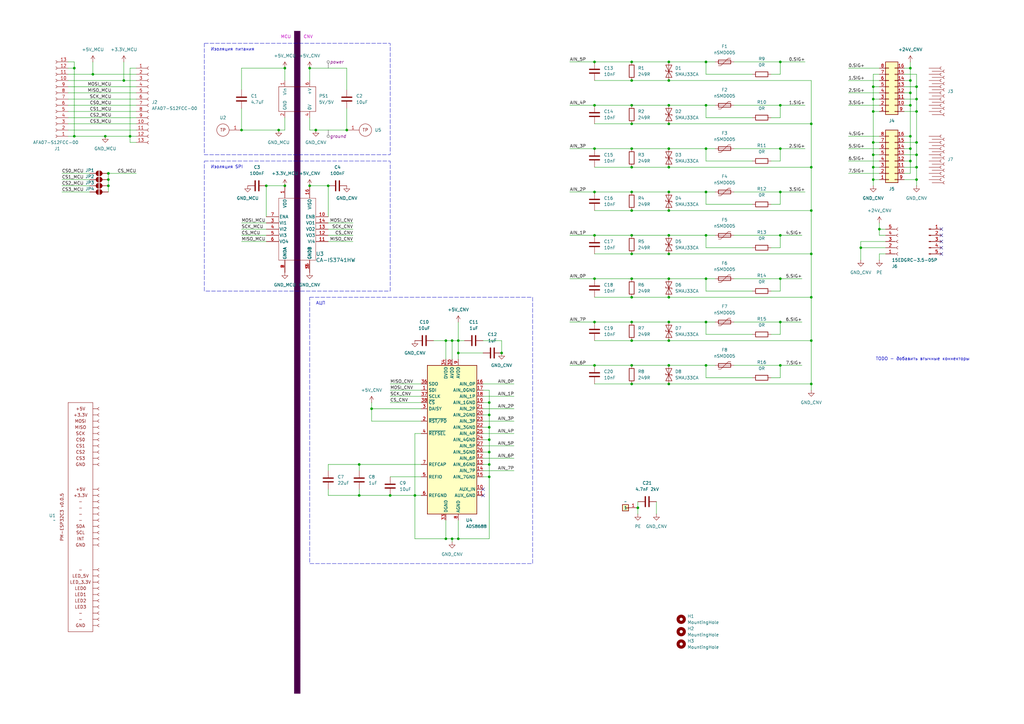
<source format=kicad_sch>
(kicad_sch (version 20250114) (generator "eeschema") (generator_version "9.0")
  (paper "A3")
  (title_block (title "${article} v${version}"))
  (rectangle (start 127 121.92) (end 218.44 231.14) (stroke (width 0) (type dash)))
  (rectangle (start 83.82 66.04) (end 160.02 119.38) (stroke (width 0) (type dash)))
  (rectangle (start 83.82 17.78) (end 160.02 63.5) (stroke (width 0) (type dash)))
  (rectangle (start 120.65 12.7) (end 123.19 284.48) (stroke (width 0) (type dot) (color 72 0 72 1)) (fill (type color) (color 72 0 72 1)))
  (text "Изоляция SPI" (at 86.36 68.58 0) (effects (font (size 1.27 1.27)) (justify left)))
  (text "TODO - добавить втычные коннекторы" (at 378.46 147.32 0) (effects (font (size 1.27 1.27))))
  (text "MCU" (at 119.38 15.24 0) (effects (font (size 1.27 1.27)) (justify right)))
  (text "CNV" (at 124.46 15.24 0) (effects (font (size 1.27 1.27)) (justify left)))
  (text "Изоляция питания" (at 86.36 20.32 0) (effects (font (size 1.27 1.27)) (justify left)))
  (text "АЦП" (at 129.54 124.46 0) (effects (font (size 1.27 1.27)) (justify left)))
  (junction (at 375.92 35.56))
  (junction (at 259.08 96.52))
  (junction (at 274.32 104.14))
  (junction (at 332.74 104.14))
  (junction (at 289.56 96.52))
  (junction (at 129.54 53.34))
  (junction (at 200.66 190.5))
  (junction (at 259.08 139.7))
  (junction (at 259.08 104.14))
  (junction (at 259.08 78.74))
  (junction (at 358.14 35.56))
  (junction (at 259.08 33.02))
  (junction (at 375.92 73.66))
  (junction (at 358.14 58.42))
  (junction (at 332.74 86.36))
  (junction (at 320.04 96.52))
  (junction (at 147.32 203.2))
  (junction (at 259.08 43.18))
  (junction (at 320.04 114.3))
  (junction (at 332.74 68.58))
  (junction (at 44.45 76.2))
  (junction (at 373.38 55.88))
  (junction (at 170.18 203.2))
  (junction (at 142.24 53.34))
  (junction (at 187.96 139.7))
  (junction (at 243.84 96.52))
  (junction (at 53.34 55.88))
  (junction (at 44.45 73.66))
  (junction (at 259.08 149.86))
  (junction (at 259.08 121.92))
  (junction (at 243.84 78.74))
  (junction (at 375.92 63.5))
  (junction (at 289.56 149.86))
  (junction (at 332.74 157.48))
  (junction (at 358.14 73.66))
  (junction (at 187.96 144.78))
  (junction (at 259.08 114.3))
  (junction (at 289.56 25.4))
  (junction (at 375.92 68.58))
  (junction (at 274.32 121.92))
  (junction (at 200.66 195.58))
  (junction (at 259.08 50.8))
  (junction (at 200.66 165.1))
  (junction (at 116.84 76.2))
  (junction (at 200.66 175.26))
  (junction (at 353.06 101.6))
  (junction (at 259.08 68.58))
  (junction (at 289.56 132.08))
  (junction (at 259.08 60.96))
  (junction (at 109.22 76.2))
  (junction (at 373.38 60.96))
  (junction (at 373.38 43.18))
  (junction (at 373.38 33.02))
  (junction (at 358.14 40.64))
  (junction (at 358.14 45.72))
  (junction (at 274.32 149.86))
  (junction (at 289.56 78.74))
  (junction (at 259.08 86.36))
  (junction (at 274.32 86.36))
  (junction (at 289.56 114.3))
  (junction (at 320.04 25.4))
  (junction (at 373.38 27.94))
  (junction (at 360.68 93.98))
  (junction (at 274.32 139.7))
  (junction (at 274.32 157.48))
  (junction (at 320.04 132.08))
  (junction (at 99.06 53.34))
  (junction (at 332.74 139.7))
  (junction (at 147.32 190.5))
  (junction (at 44.45 71.12))
  (junction (at 243.84 43.18))
  (junction (at 289.56 60.96))
  (junction (at 30.48 55.88))
  (junction (at 274.32 96.52))
  (junction (at 182.88 139.7))
  (junction (at 274.32 50.8))
  (junction (at 243.84 132.08))
  (junction (at 43.18 55.88))
  (junction (at 332.74 50.8))
  (junction (at 259.08 132.08))
  (junction (at 289.56 43.18))
  (junction (at 358.14 68.58))
  (junction (at 127 76.2))
  (junction (at 152.4 167.64))
  (junction (at 332.74 121.92))
  (junction (at 274.32 78.74))
  (junction (at 274.32 33.02))
  (junction (at 182.88 220.98))
  (junction (at 375.92 40.64))
  (junction (at 274.32 132.08))
  (junction (at 373.38 38.1))
  (junction (at 116.84 27.94))
  (junction (at 185.42 139.7))
  (junction (at 274.32 25.4))
  (junction (at 200.66 170.18))
  (junction (at 114.3 53.34))
  (junction (at 358.14 63.5))
  (junction (at 375.92 45.72))
  (junction (at 243.84 25.4))
  (junction (at 134.62 76.2))
  (junction (at 274.32 60.96))
  (junction (at 205.74 144.78))
  (junction (at 320.04 60.96))
  (junction (at 243.84 114.3))
  (junction (at 38.1 30.48))
  (junction (at 274.32 43.18))
  (junction (at 320.04 43.18))
  (junction (at 200.66 180.34))
  (junction (at 373.38 66.04))
  (junction (at 243.84 149.86))
  (junction (at 185.42 220.98))
  (junction (at 200.66 185.42))
  (junction (at 375.92 58.42))
  (junction (at 274.32 114.3))
  (junction (at 160.02 203.2))
  (junction (at 187.96 220.98))
  (junction (at 243.84 60.96))
  (junction (at 259.08 25.4))
  (junction (at 259.08 157.48))
  (junction (at 320.04 149.86))
  (junction (at 274.32 68.58))
  (junction (at 320.04 78.74))
  (junction (at 50.8 33.02))
  (junction (at 261.62 208.28))
  (junction (at 30.48 27.94))
  (junction (at 127 27.94))
  (no_connect (at 386.08 99.06))
  (no_connect (at 386.08 93.98))
  (no_connect (at 198.12 200.66))
  (no_connect (at 386.08 96.52))
  (no_connect (at 386.08 104.14))
  (no_connect (at 386.08 101.6))
  (no_connect (at 198.12 203.2))
  (wire (pts (xy 370.84 63.5) (xy 375.92 63.5)))
  (wire (pts (xy 233.68 132.08) (xy 243.84 132.08)))
  (wire (pts (xy 27.94 43.18) (xy 55.88 43.18)))
  (wire (pts (xy 289.56 101.6) (xy 289.56 96.52)))
  (wire (pts (xy 152.4 172.72) (xy 152.4 167.64)))
  (wire (pts (xy 198.12 182.88) (xy 210.82 182.88)))
  (wire (pts (xy 274.32 78.74) (xy 289.56 78.74)))
  (wire (pts (xy 233.68 114.3) (xy 243.84 114.3)))
  (wire (pts (xy 274.32 96.52) (xy 289.56 96.52)))
  (wire (pts (xy 198.12 162.56) (xy 210.82 162.56)))
  (wire (pts (xy 360.68 60.96) (xy 347.98 60.96)))
  (wire (pts (xy 243.84 139.7) (xy 259.08 139.7)))
  (wire (pts (xy 109.22 93.98) (xy 99.06 93.98)))
  (wire (pts (xy 370.84 58.42) (xy 375.92 58.42)))
  (wire (pts (xy 170.18 177.8) (xy 172.72 177.8)))
  (wire (pts (xy 259.08 132.08) (xy 274.32 132.08)))
  (wire (pts (xy 289.56 83.82) (xy 308.61 83.82)))
  (wire (pts (xy 363.22 93.98) (xy 360.68 93.98)))
  (wire (pts (xy 233.68 96.52) (xy 243.84 96.52)))
  (wire (pts (xy 200.66 170.18) (xy 200.66 175.26)))
  (wire (pts (xy 233.68 149.86) (xy 243.84 149.86)))
  (wire (pts (xy 259.08 139.7) (xy 274.32 139.7)))
  (wire (pts (xy 370.84 43.18) (xy 373.38 43.18)))
  (wire (pts (xy 30.48 55.88) (xy 43.18 55.88)))
  (wire (pts (xy 134.62 190.5) (xy 147.32 190.5)))
  (wire (pts (xy 243.84 33.02) (xy 259.08 33.02)))
  (wire (pts (xy 274.32 86.36) (xy 332.74 86.36)))
  (wire (pts (xy 198.12 187.96) (xy 210.82 187.96)))
  (wire (pts (xy 30.48 27.94) (xy 30.48 55.88)))
  (wire (pts (xy 370.84 71.12) (xy 373.38 71.12)))
  (wire (pts (xy 198.12 139.7) (xy 205.74 139.7)))
  (wire (pts (xy 373.38 25.4) (xy 373.38 27.94)))
  (wire (pts (xy 370.84 38.1) (xy 373.38 38.1)))
  (wire (pts (xy 300.99 78.74) (xy 320.04 78.74)))
  (wire (pts (xy 200.66 220.98) (xy 187.96 220.98)))
  (wire (pts (xy 187.96 144.78) (xy 198.12 144.78)))
  (wire (pts (xy 44.45 76.2) (xy 44.45 78.74)))
  (wire (pts (xy 358.14 30.48) (xy 358.14 35.56)))
  (wire (pts (xy 274.32 33.02) (xy 332.74 33.02)))
  (wire (pts (xy 170.18 203.2) (xy 172.72 203.2)))
  (wire (pts (xy 243.84 96.52) (xy 259.08 96.52)))
  (wire (pts (xy 147.32 200.66) (xy 147.32 203.2)))
  (wire (pts (xy 109.22 99.06) (xy 99.06 99.06)))
  (wire (pts (xy 198.12 193.04) (xy 210.82 193.04)))
  (wire (pts (xy 259.08 78.74) (xy 274.32 78.74)))
  (wire (pts (xy 200.66 175.26) (xy 200.66 180.34)))
  (wire (pts (xy 233.68 25.4) (xy 243.84 25.4)))
  (wire (pts (xy 358.14 45.72) (xy 358.14 58.42)))
  (wire (pts (xy 274.32 114.3) (xy 289.56 114.3)))
  (wire (pts (xy 300.99 43.18) (xy 320.04 43.18)))
  (wire (pts (xy 375.92 35.56) (xy 375.92 40.64)))
  (wire (pts (xy 38.1 30.48) (xy 27.94 30.48)))
  (wire (pts (xy 198.12 160.02) (xy 200.66 160.02)))
  (wire (pts (xy 274.32 60.96) (xy 289.56 60.96)))
  (wire (pts (xy 316.23 154.94) (xy 320.04 154.94)))
  (wire (pts (xy 27.94 38.1) (xy 55.88 38.1)))
  (wire (pts (xy 134.62 76.2) (xy 134.62 88.9)))
  (wire (pts (xy 289.56 30.48) (xy 308.61 30.48)))
  (wire (pts (xy 320.04 96.52) (xy 328.93 96.52)))
  (wire (pts (xy 274.32 121.92) (xy 332.74 121.92)))
  (wire (pts (xy 373.38 43.18) (xy 373.38 55.88)))
  (wire (pts (xy 353.06 101.6) (xy 353.06 106.68)))
  (wire (pts (xy 25.4 76.2) (xy 36.83 76.2)))
  (wire (pts (xy 370.84 66.04) (xy 373.38 66.04)))
  (wire (pts (xy 259.08 96.52) (xy 274.32 96.52)))
  (wire (pts (xy 198.12 167.64) (xy 210.82 167.64)))
  (wire (pts (xy 373.38 33.02) (xy 373.38 27.94)))
  (wire (pts (xy 44.45 71.12) (xy 55.88 71.12)))
  (wire (pts (xy 109.22 76.2) (xy 116.84 76.2)))
  (wire (pts (xy 363.22 104.14) (xy 360.68 104.14)))
  (wire (pts (xy 358.14 73.66) (xy 360.68 73.66)))
  (wire (pts (xy 289.56 60.96) (xy 293.37 60.96)))
  (wire (pts (xy 332.74 157.48) (xy 332.74 139.7)))
  (wire (pts (xy 30.48 25.4) (xy 30.48 27.94)))
  (wire (pts (xy 358.14 30.48) (xy 360.68 30.48)))
  (wire (pts (xy 187.96 132.08) (xy 187.96 139.7)))
  (wire (pts (xy 198.12 185.42) (xy 200.66 185.42)))
  (wire (pts (xy 363.22 96.52) (xy 360.68 96.52)))
  (wire (pts (xy 332.74 139.7) (xy 274.32 139.7)))
  (wire (pts (xy 289.56 83.82) (xy 289.56 78.74)))
  (wire (pts (xy 320.04 43.18) (xy 330.2 43.18)))
  (wire (pts (xy 185.42 220.98) (xy 185.42 222.25)))
  (wire (pts (xy 53.34 27.94) (xy 53.34 55.88)))
  (wire (pts (xy 114.3 53.34) (xy 116.84 53.34)))
  (wire (pts (xy 109.22 91.44) (xy 99.06 91.44)))
  (wire (pts (xy 27.94 40.64) (xy 55.88 40.64)))
  (wire (pts (xy 320.04 66.04) (xy 320.04 60.96)))
  (wire (pts (xy 316.23 83.82) (xy 320.04 83.82)))
  (wire (pts (xy 134.62 91.44) (xy 144.78 91.44)))
  (wire (pts (xy 53.34 55.88) (xy 55.88 55.88)))
  (wire (pts (xy 289.56 132.08) (xy 293.37 132.08)))
  (wire (pts (xy 127 76.2) (xy 134.62 76.2)))
  (wire (pts (xy 300.99 60.96) (xy 320.04 60.96)))
  (wire (pts (xy 360.68 66.04) (xy 347.98 66.04)))
  (wire (pts (xy 289.56 48.26) (xy 308.61 48.26)))
  (wire (pts (xy 259.08 114.3) (xy 274.32 114.3)))
  (wire (pts (xy 370.84 45.72) (xy 375.92 45.72)))
  (wire (pts (xy 243.84 50.8) (xy 259.08 50.8)))
  (wire (pts (xy 332.74 160.02) (xy 332.74 157.48)))
  (wire (pts (xy 274.32 149.86) (xy 289.56 149.86)))
  (wire (pts (xy 243.84 43.18) (xy 259.08 43.18)))
  (wire (pts (xy 50.8 25.4) (xy 50.8 33.02)))
  (wire (pts (xy 360.68 104.14) (xy 360.68 106.68)))
  (wire (pts (xy 134.62 203.2) (xy 147.32 203.2)))
  (wire (pts (xy 243.84 78.74) (xy 259.08 78.74)))
  (wire (pts (xy 347.98 38.1) (xy 360.68 38.1)))
  (wire (pts (xy 373.38 66.04) (xy 373.38 60.96)))
  (wire (pts (xy 320.04 83.82) (xy 320.04 78.74)))
  (wire (pts (xy 25.4 73.66) (xy 36.83 73.66)))
  (wire (pts (xy 300.99 96.52) (xy 320.04 96.52)))
  (wire (pts (xy 127 48.26) (xy 127 53.34)))
  (wire (pts (xy 170.18 203.2) (xy 170.18 220.98)))
  (wire (pts (xy 358.14 45.72) (xy 360.68 45.72)))
  (wire (pts (xy 375.92 40.64) (xy 375.92 45.72)))
  (wire (pts (xy 134.62 93.98) (xy 144.78 93.98)))
  (wire (pts (xy 142.24 53.34) (xy 129.54 53.34)))
  (wire (pts (xy 233.68 43.18) (xy 243.84 43.18)))
  (wire (pts (xy 44.45 71.12) (xy 44.45 73.66)))
  (wire (pts (xy 274.32 43.18) (xy 289.56 43.18)))
  (wire (pts (xy 300.99 25.4) (xy 320.04 25.4)))
  (wire (pts (xy 320.04 149.86) (xy 328.93 149.86)))
  (wire (pts (xy 187.96 139.7) (xy 190.5 139.7)))
  (wire (pts (xy 243.84 114.3) (xy 259.08 114.3)))
  (wire (pts (xy 274.32 25.4) (xy 289.56 25.4)))
  (wire (pts (xy 25.4 71.12) (xy 36.83 71.12)))
  (wire (pts (xy 55.88 58.42) (xy 53.34 58.42)))
  (wire (pts (xy 142.24 44.45) (xy 142.24 53.34)))
  (wire (pts (xy 320.04 137.16) (xy 320.04 132.08)))
  (wire (pts (xy 289.56 119.38) (xy 289.56 114.3)))
  (wire (pts (xy 358.14 68.58) (xy 358.14 73.66)))
  (wire (pts (xy 375.92 45.72) (xy 375.92 58.42)))
  (wire (pts (xy 353.06 99.06) (xy 353.06 101.6)))
  (wire (pts (xy 375.92 63.5) (xy 375.92 68.58)))
  (wire (pts (xy 243.84 104.14) (xy 259.08 104.14)))
  (wire (pts (xy 160.02 162.56) (xy 172.72 162.56)))
  (wire (pts (xy 363.22 99.06) (xy 353.06 99.06)))
  (wire (pts (xy 205.74 139.7) (xy 205.74 144.78)))
  (wire (pts (xy 99.06 36.83) (xy 99.06 27.94)))
  (wire (pts (xy 375.92 58.42) (xy 375.92 63.5)))
  (wire (pts (xy 320.04 154.94) (xy 320.04 149.86)))
  (wire (pts (xy 27.94 53.34) (xy 55.88 53.34)))
  (wire (pts (xy 233.68 78.74) (xy 243.84 78.74)))
  (wire (pts (xy 152.4 172.72) (xy 172.72 172.72)))
  (wire (pts (xy 142.24 36.83) (xy 142.24 27.94)))
  (wire (pts (xy 27.94 50.8) (xy 55.88 50.8)))
  (wire (pts (xy 289.56 101.6) (xy 308.61 101.6)))
  (wire (pts (xy 370.84 35.56) (xy 375.92 35.56)))
  (wire (pts (xy 289.56 25.4) (xy 293.37 25.4)))
  (wire (pts (xy 332.74 50.8) (xy 332.74 68.58)))
  (wire (pts (xy 332.74 86.36) (xy 332.74 104.14)))
  (wire (pts (xy 358.14 35.56) (xy 360.68 35.56)))
  (wire (pts (xy 147.32 190.5) (xy 147.32 193.04)))
  (wire (pts (xy 160.02 160.02) (xy 172.72 160.02)))
  (wire (pts (xy 289.56 48.26) (xy 289.56 43.18)))
  (wire (pts (xy 370.84 60.96) (xy 373.38 60.96)))
  (wire (pts (xy 200.66 180.34) (xy 200.66 185.42)))
  (wire (pts (xy 274.32 104.14) (xy 332.74 104.14)))
  (wire (pts (xy 320.04 48.26) (xy 320.04 43.18)))
  (wire (pts (xy 160.02 195.58) (xy 172.72 195.58)))
  (wire (pts (xy 160.02 203.2) (xy 170.18 203.2)))
  (wire (pts (xy 332.74 104.14) (xy 332.74 121.92)))
  (wire (pts (xy 289.56 66.04) (xy 308.61 66.04)))
  (wire (pts (xy 198.12 180.34) (xy 200.66 180.34)))
  (wire (pts (xy 99.06 44.45) (xy 99.06 53.34)))
  (wire (pts (xy 109.22 88.9) (xy 109.22 76.2)))
  (wire (pts (xy 274.32 68.58) (xy 332.74 68.58)))
  (wire (pts (xy 198.12 165.1) (xy 200.66 165.1)))
  (wire (pts (xy 243.84 121.92) (xy 259.08 121.92)))
  (wire (pts (xy 347.98 27.94) (xy 360.68 27.94)))
  (wire (pts (xy 198.12 175.26) (xy 200.66 175.26)))
  (wire (pts (xy 127 27.94) (xy 127 33.02)))
  (wire (pts (xy 289.56 154.94) (xy 308.61 154.94)))
  (wire (pts (xy 289.56 137.16) (xy 308.61 137.16)))
  (wire (pts (xy 289.56 78.74) (xy 293.37 78.74)))
  (wire (pts (xy 289.56 119.38) (xy 308.61 119.38)))
  (wire (pts (xy 27.94 27.94) (xy 30.48 27.94)))
  (wire (pts (xy 27.94 48.26) (xy 55.88 48.26)))
  (wire (pts (xy 373.38 38.1) (xy 373.38 33.02)))
  (wire (pts (xy 259.08 104.14) (xy 274.32 104.14)))
  (wire (pts (xy 53.34 58.42) (xy 53.34 55.88)))
  (wire (pts (xy 370.84 68.58) (xy 375.92 68.58)))
  (wire (pts (xy 358.14 35.56) (xy 358.14 40.64)))
  (wire (pts (xy 332.74 33.02) (xy 332.74 50.8)))
  (wire (pts (xy 300.99 132.08) (xy 320.04 132.08)))
  (wire (pts (xy 320.04 60.96) (xy 330.2 60.96)))
  (wire (pts (xy 198.12 170.18) (xy 200.66 170.18)))
  (wire (pts (xy 274.32 50.8) (xy 332.74 50.8)))
  (wire (pts (xy 116.84 48.26) (xy 116.84 53.34)))
  (wire (pts (xy 243.84 25.4) (xy 259.08 25.4)))
  (wire (pts (xy 353.06 101.6) (xy 363.22 101.6)))
  (wire (pts (xy 182.88 213.36) (xy 182.88 220.98)))
  (wire (pts (xy 44.45 73.66) (xy 44.45 76.2)))
  (wire (pts (xy 375.92 68.58) (xy 375.92 73.66)))
  (wire (pts (xy 347.98 33.02) (xy 360.68 33.02)))
  (wire (pts (xy 289.56 137.16) (xy 289.56 132.08)))
  (wire (pts (xy 25.4 78.74) (xy 36.83 78.74)))
  (wire (pts (xy 200.66 185.42) (xy 200.66 190.5)))
  (wire (pts (xy 243.84 149.86) (xy 259.08 149.86)))
  (wire (pts (xy 187.96 139.7) (xy 187.96 144.78)))
  (wire (pts (xy 316.23 101.6) (xy 320.04 101.6)))
  (wire (pts (xy 259.08 121.92) (xy 274.32 121.92)))
  (wire (pts (xy 134.62 99.06) (xy 144.78 99.06)))
  (wire (pts (xy 38.1 25.4) (xy 38.1 30.48)))
  (wire (pts (xy 358.14 58.42) (xy 360.68 58.42)))
  (wire (pts (xy 27.94 25.4) (xy 30.48 25.4)))
  (wire (pts (xy 358.14 68.58) (xy 360.68 68.58)))
  (wire (pts (xy 259.08 60.96) (xy 274.32 60.96)))
  (wire (pts (xy 259.08 33.02) (xy 274.32 33.02)))
  (wire (pts (xy 50.8 33.02) (xy 27.94 33.02)))
  (wire (pts (xy 160.02 157.48) (xy 172.72 157.48)))
  (wire (pts (xy 200.66 160.02) (xy 200.66 165.1)))
  (wire (pts (xy 300.99 149.86) (xy 320.04 149.86)))
  (wire (pts (xy 320.04 78.74) (xy 330.2 78.74)))
  (wire (pts (xy 274.32 132.08) (xy 289.56 132.08)))
  (wire (pts (xy 99.06 27.94) (xy 116.84 27.94)))
  (wire (pts (xy 187.96 220.98) (xy 185.42 220.98)))
  (wire (pts (xy 289.56 66.04) (xy 289.56 60.96)))
  (wire (pts (xy 200.66 190.5) (xy 200.66 195.58)))
  (wire (pts (xy 375.92 30.48) (xy 375.92 35.56)))
  (wire (pts (xy 320.04 30.48) (xy 320.04 25.4)))
  (wire (pts (xy 27.94 45.72) (xy 55.88 45.72)))
  (wire (pts (xy 370.84 40.64) (xy 375.92 40.64)))
  (wire (pts (xy 347.98 43.18) (xy 360.68 43.18)))
  (wire (pts (xy 300.99 114.3) (xy 320.04 114.3)))
  (wire (pts (xy 198.12 195.58) (xy 200.66 195.58)))
  (wire (pts (xy 152.4 165.1) (xy 152.4 167.64)))
  (wire (pts (xy 316.23 137.16) (xy 320.04 137.16)))
  (wire (pts (xy 289.56 114.3) (xy 293.37 114.3)))
  (wire (pts (xy 316.23 119.38) (xy 320.04 119.38)))
  (wire (pts (xy 259.08 43.18) (xy 274.32 43.18)))
  (wire (pts (xy 370.84 33.02) (xy 373.38 33.02)))
  (wire (pts (xy 360.68 93.98) (xy 360.68 91.44)))
  (wire (pts (xy 358.14 63.5) (xy 358.14 68.58)))
  (wire (pts (xy 373.38 60.96) (xy 373.38 55.88)))
  (wire (pts (xy 347.98 55.88) (xy 360.68 55.88)))
  (wire (pts (xy 200.66 165.1) (xy 200.66 170.18)))
  (wire (pts (xy 332.74 121.92) (xy 332.74 139.7)))
  (wire (pts (xy 27.94 55.88) (xy 30.48 55.88)))
  (wire (pts (xy 147.32 203.2) (xy 160.02 203.2)))
  (wire (pts (xy 358.14 40.64) (xy 358.14 45.72)))
  (wire (pts (xy 261.62 208.28) (xy 261.62 210.82)))
  (wire (pts (xy 198.12 172.72) (xy 210.82 172.72)))
  (wire (pts (xy 259.08 86.36) (xy 274.32 86.36)))
  (wire (pts (xy 53.34 27.94) (xy 55.88 27.94)))
  (wire (pts (xy 373.38 43.18) (xy 373.38 38.1)))
  (wire (pts (xy 320.04 132.08) (xy 328.93 132.08)))
  (wire (pts (xy 116.84 27.94) (xy 116.84 33.02)))
  (wire (pts (xy 259.08 25.4) (xy 274.32 25.4)))
  (wire (pts (xy 170.18 177.8) (xy 170.18 203.2)))
  (wire (pts (xy 375.92 73.66) (xy 375.92 76.2)))
  (wire (pts (xy 269.24 205.74) (xy 269.24 210.82)))
  (wire (pts (xy 320.04 25.4) (xy 330.2 25.4)))
  (wire (pts (xy 259.08 157.48) (xy 274.32 157.48)))
  (wire (pts (xy 316.23 66.04) (xy 320.04 66.04)))
  (wire (pts (xy 316.23 30.48) (xy 320.04 30.48)))
  (wire (pts (xy 109.22 96.52) (xy 99.06 96.52)))
  (wire (pts (xy 127 53.34) (xy 129.54 53.34)))
  (wire (pts (xy 358.14 58.42) (xy 358.14 63.5)))
  (wire (pts (xy 134.62 96.52) (xy 144.78 96.52)))
  (wire (pts (xy 177.8 139.7) (xy 182.88 139.7)))
  (wire (pts (xy 185.42 147.32) (xy 185.42 139.7)))
  (wire (pts (xy 289.56 30.48) (xy 289.56 25.4)))
  (wire (pts (xy 134.62 200.66) (xy 134.62 203.2)))
  (wire (pts (xy 27.94 35.56) (xy 55.88 35.56)))
  (wire (pts (xy 261.62 205.74) (xy 261.62 208.28)))
  (wire (pts (xy 370.84 73.66) (xy 375.92 73.66)))
  (wire (pts (xy 187.96 139.7) (xy 185.42 139.7)))
  (wire (pts (xy 243.84 60.96) (xy 259.08 60.96)))
  (wire (pts (xy 373.38 27.94) (xy 370.84 27.94)))
  (wire (pts (xy 289.56 154.94) (xy 289.56 149.86)))
  (wire (pts (xy 243.84 86.36) (xy 259.08 86.36)))
  (wire (pts (xy 289.56 96.52) (xy 293.37 96.52)))
  (wire (pts (xy 259.08 50.8) (xy 274.32 50.8)))
  (wire (pts (xy 243.84 132.08) (xy 259.08 132.08)))
  (wire (pts (xy 289.56 149.86) (xy 293.37 149.86)))
  (wire (pts (xy 259.08 149.86) (xy 274.32 149.86)))
  (wire (pts (xy 289.56 43.18) (xy 293.37 43.18)))
  (wire (pts (xy 320.04 114.3) (xy 328.93 114.3)))
  (wire (pts (xy 187.96 213.36) (xy 187.96 220.98)))
  (wire (pts (xy 182.88 220.98) (xy 170.18 220.98)))
  (wire (pts (xy 198.12 177.8) (xy 210.82 177.8)))
  (wire (pts (xy 358.14 73.66) (xy 358.14 76.2)))
  (wire (pts (xy 134.62 190.5) (xy 134.62 193.04)))
  (wire (pts (xy 185.42 220.98) (xy 182.88 220.98)))
  (wire (pts (xy 182.88 139.7) (xy 185.42 139.7)))
  (wire (pts (xy 38.1 30.48) (xy 55.88 30.48)))
  (wire (pts (xy 370.84 30.48) (xy 375.92 30.48)))
  (wire (pts (xy 243.84 68.58) (xy 259.08 68.58)))
  (wire (pts (xy 152.4 167.64) (xy 172.72 167.64)))
  (wire (pts (xy 233.68 60.96) (xy 243.84 60.96)))
  (wire (pts (xy 200.66 195.58) (xy 200.66 220.98)))
  (wire (pts (xy 198.12 157.48) (xy 210.82 157.48)))
  (wire (pts (xy 358.14 40.64) (xy 360.68 40.64)))
  (wire (pts (xy 320.04 101.6) (xy 320.04 96.52)))
  (wire (pts (xy 187.96 147.32) (xy 187.96 144.78)))
  (wire (pts (xy 370.84 55.88) (xy 373.38 55.88)))
  (wire (pts (xy 43.18 55.88) (xy 53.34 55.88)))
  (wire (pts (xy 320.04 119.38) (xy 320.04 114.3)))
  (wire (pts (xy 316.23 48.26) (xy 320.04 48.26)))
  (wire (pts (xy 147.32 190.5) (xy 172.72 190.5)))
  (wire (pts (xy 160.02 165.1) (xy 172.72 165.1)))
  (wire (pts (xy 99.06 53.34) (xy 114.3 53.34)))
  (wire (pts (xy 360.68 96.52) (xy 360.68 93.98)))
  (wire (pts (xy 243.84 157.48) (xy 259.08 157.48)))
  (wire (pts (xy 274.32 157.48) (xy 332.74 157.48)))
  (wire (pts (xy 198.12 190.5) (xy 200.66 190.5)))
  (wire (pts (xy 332.74 68.58) (xy 332.74 86.36)))
  (wire (pts (xy 358.14 63.5) (xy 360.68 63.5)))
  (wire (pts (xy 360.68 71.12) (xy 347.98 71.12)))
  (wire (pts (xy 373.38 71.12) (xy 373.38 66.04)))
  (wire (pts (xy 259.08 68.58) (xy 274.32 68.58)))
  (wire (pts (xy 127 27.94) (xy 142.24 27.94)))
  (wire (pts (xy 50.8 33.02) (xy 55.88 33.02)))
  (wire (pts (xy 182.88 139.7) (xy 182.88 147.32)))
  (label "2.SIG+" (at 347.98 38.1 0))
  (label "4.SIG+" (at 328.93 96.52 180))
  (label "CS_MCU" (at 55.88 71.12 180))
  (label "MOSI_MCU" (at 45.72 35.56 180))
  (label "CS3_MCU" (at 45.72 50.8 180))
  (label "CS1_MCU" (at 45.72 45.72 180))
  (label "SCK_CNV" (at 160.02 162.56 0))
  (label "AIN_1P" (at 210.82 162.56 180))
  (label "AIN_0P" (at 210.82 157.48 180))
  (label "1.SIG+" (at 330.2 43.18 180))
  (label "SCK_CNV" (at 144.78 93.98 180))
  (label "AIN_6P" (at 233.68 149.86 0))
  (label "MISO_CNV" (at 160.02 157.48 0))
  (label "SCK_MCU" (at 99.06 93.98 0))
  (label "CS0_MCU" (at 45.72 43.18 180))
  (label "CS1_MCU" (at 25.4 73.66 0))
  (label "AIN_1P" (at 233.68 96.52 0))
  (label "AIN_7P" (at 233.68 132.08 0))
  (label "AIN_3P" (at 210.82 172.72 180))
  (label "AIN_2P" (at 233.68 78.74 0))
  (label "5.SIG+" (at 347.98 60.96 0))
  (label "0.SIG+" (at 330.2 25.4 180))
  (label "MISO_MCU" (at 99.06 99.06 0))
  (label "AIN_4P" (at 210.82 177.8 180))
  (label "CS2_MCU" (at 25.4 76.2 0))
  (label "MISO_MCU" (at 45.72 38.1 180))
  (label "6.SIG+" (at 347.98 66.04 0))
  (label "AIN_2P" (at 210.82 167.64 180))
  (label "CS0_MCU" (at 25.4 71.12 0))
  (label "MOSI_MCU" (at 99.06 91.44 0))
  (label "5.SIG+" (at 328.93 114.3 180))
  (label "3.SIG+" (at 347.98 43.18 0))
  (label "MOSI_CNV" (at 144.78 91.44 180))
  (label "6.SIG+" (at 328.93 132.08 180))
  (label "AIN_7P" (at 210.82 193.04 180))
  (label "MISO_CNV" (at 144.78 99.06 180))
  (label "AIN_5P" (at 233.68 25.4 0))
  (label "MOSI_CNV" (at 160.02 160.02 0))
  (label "AIN_6P" (at 210.82 187.96 180))
  (label "7.SIG+" (at 328.93 149.86 180))
  (label "7.SIG+" (at 347.98 71.12 0))
  (label "CS3_MCU" (at 25.4 78.74 0))
  (label "4.SIG+" (at 347.98 55.88 0))
  (label "1.SIG+" (at 347.98 33.02 0))
  (label "CS_MCU" (at 99.06 96.52 0))
  (label "SCK_MCU" (at 45.72 40.64 180))
  (label "AIN_0P" (at 233.68 114.3 0))
  (label "3.SIG+" (at 330.2 78.74 180))
  (label "2.SIG+" (at 330.2 60.96 180))
  (label "AIN_5P" (at 210.82 182.88 180))
  (label "0.SIG+" (at 347.98 27.94 0))
  (label "CS2_MCU" (at 45.72 48.26 180))
  (label "CS_CNV" (at 160.02 165.1 0))
  (label "AIN_4P" (at 233.68 43.18 0))
  (label "CS_CNV" (at 144.78 96.52 180))
  (label "AIN_3P" (at 233.68 60.96 0))
  (netclass_flag "" (length 2.54) (shape round) (at 134.62 27.94 0) (property "Netclass" "power" (at 135.3185 25.4 0) (effects (font (italic yes)) (justify left))))
  (netclass_flag "" (length 2.54) (shape round) (at 134.62 53.34 180) (property "Netclass" "ground" (at 135.3185 55.88 0) (effects (font (italic yes)) (justify left))))
  (symbol (lib_id "power:+5V") (at 152.4 165.1 0) (unit 1)
    (property "Reference" "#PWR017" (effects (hide yes)))
    (property "Value" "+5V_CNV" (at 152.4 160.02 0))
    (property "Description" "Power symbol creates a global label with name \"+5V\"" (effects (hide yes)))
  )
  (symbol (lib_id "kicad_inventree_lib:PE") (at 256.54 208.28 180) (unit 1) (in_bom no)
    (property "Reference" "D9" (effects (hide yes)))
    (property "Value" "~" (at 256.54 205.74 0))
    (property "Footprint" "kicad_inventree_lib:PE" (effects (hide yes)))
  )
  (symbol (lib_id "kicad_inventree_lib:5117") (at 142.24 53.34 0) (unit 1)
    (property "Reference" "U5" (at 153.67 53.3399 0) (effects (justify left)))
    (property "Value" "5117" (effects (hide yes)))
    (property "Footprint" "kicad_inventree_lib:5117" (effects (hide yes)))
    (property "Datasheet" "http://inventree.network/part/282/" (effects (hide yes)))
    (property "Description" "KEYSTONE - 5117 - TEST POINT, PCB, BLUE, THROUGH HOLE" (effects (hide yes)))
    (property "part_ipn" "Keystone_5117" (effects (hide yes)))
  )
  (symbol (lib_id "kicad_inventree_lib:SMAJ33CA") (at 274.32 29.21 90) (unit 1)
    (property "Reference" "D1" (at 276.86 27.9399 90) (effects (justify right)))
    (property "Value" "SMAJ33CA" (at 276.86 30.4799 90) (effects (justify right)))
    (property "Footprint" "kicad_inventree_lib:SMASeries_LTF-M" (effects (hide yes)))
    (property "Datasheet" "http://inventree.network/part/123/" (effects (hide yes)))
    (property "Description" "7.5A 400W 53.3V 40.6V 33V SMA(DO-214AC) ESD and Surge Protection (TVS/ESD)" (effects (hide yes)))
    (property "part_ipn" "SMAJ33CA" (effects (hide yes)))
  )
  (symbol (lib_id "kicad_inventree_lib:C_100nF_16V_0603_MLCC-X7R") (at 138.43 76.2 90) (unit 1)
    (property "Reference" "C4" (at 138.43 68.58 90))
    (property "Value" "100nF" (at 138.43 71.12 90))
    (property "Footprint" "Capacitor_SMD:C_0603_1608Metric" (effects (hide yes)))
    (property "Datasheet" "http://inventree.network/part/221" (effects (hide yes)))
    (property "Description" "Unpolarized capacitor" (effects (hide yes)))
    (property "part_ipn" "C_100nF_16V_0603_MLCC-X7R" (effects (hide yes)))
  )
  (symbol (lib_id "kicad_inventree_lib:nSMD005") (at 297.18 43.18 90) (unit 1)
    (property "Reference" "F2" (at 297.18 36.83 90))
    (property "Value" "nSMD005" (at 297.18 39.37 90))
    (property "Footprint" "Fuse:Fuse_1206_3216Metric" (effects (hide yes)))
    (property "Datasheet" "http://inventree.network/part/267/" (effects (hide yes)))
    (property "Description" "Resettable fuse, polymeric positive temperature coefficient" (effects (hide yes)))
    (property "part_ipn" "nSMD005" (effects (hide yes)))
  )
  (symbol (lib_id "power:GND") (at 358.14 76.2 0) (unit 1)
    (property "Reference" "#PWR026" (effects (hide yes)))
    (property "Value" "GND_CNV" (at 358.14 81.28 0))
    (property "Description" "Power symbol creates a global label with name \"GND\" , ground" (effects (hide yes)))
  )
  (symbol (lib_id "kicad_inventree_lib:R_249R_1206_0.1%_25ppm") (at 259.08 135.89 0) (unit 1)
    (property "Reference" "R7" (at 261.62 134.6199 0) (effects (justify left)))
    (property "Value" "249R" (at 261.62 137.1599 0) (effects (justify left)))
    (property "Footprint" "Resistor_SMD:R_1206_3216Metric" (effects (hide yes)))
    (property "Datasheet" "http://inventree.network/part/269/" (effects (hide yes)))
    (property "Description" "Resistor" (effects (hide yes)))
    (property "part_ipn" "R_249R_1206_0.1%_25ppm " (effects (hide yes)))
  )
  (symbol (lib_id "kicad_inventree_lib: C_4.7uF_16V_0805_MLCC-X7R") (at 99.06 40.64 0) (unit 1)
    (property "Reference" "C1" (at 102.87 39.3699 0) (effects (justify left)))
    (property "Value" "4.7uF" (at 102.87 41.9099 0) (effects (justify left)))
    (property "Footprint" "Capacitor_SMD:C_0805_2012Metric" (effects (hide yes)))
    (property "Description" "Unpolarized capacitor" (effects (hide yes)))
    (property "part_ipn" " C_4.7uF_16V_0805_MLCC-X7R" (effects (hide yes)))
  )
  (symbol (lib_id "power:GND") (at 332.74 160.02 0) (unit 1)
    (property "Reference" "#PWR023" (effects (hide yes)))
    (property "Value" "GND_CNV" (at 332.74 165.1 0))
    (property "Description" "Power symbol creates a global label with name \"GND\" , ground" (effects (hide yes)))
  )
  (symbol (lib_id "kicad_inventree_lib: C_1uF_16V_0603_MLCC-X7R ") (at 201.93 144.78 90) (unit 1)
    (property "Reference" "C12" (at 201.93 137.16 90))
    (property "Value" "1uF" (at 201.93 139.7 90))
    (property "Footprint" "Capacitor_SMD:C_0603_1608Metric" (effects (hide yes)))
    (property "Datasheet" "http://inventree.network/part/227/" (effects (hide yes)))
    (property "Description" "Unpolarized capacitor" (effects (hide yes)))
    (property "part_ipn" " C_1uF_16V_0603_MLCC-X7R " (effects (hide yes)))
  )
  (symbol (lib_id "kicad_inventree_lib:C_10nF_50V_0603_MLCC-C0G") (at 243.84 64.77 0) (unit 1)
    (property "Reference" "C15" (at 247.65 63.4999 0) (effects (justify left)))
    (property "Value" "10nF" (at 247.65 66.0399 0) (effects (justify left)))
    (property "Footprint" "Capacitor_SMD:C_0603_1608Metric" (effects (hide yes)))
    (property "Datasheet" "http://inventree.network/part/266/" (effects (hide yes)))
    (property "Description" "Unpolarized capacitor" (effects (hide yes)))
    (property "part_ipn" "C_10nF_50V_0603_MLCC-C0G" (effects (hide yes)))
  )
  (symbol (lib_id "kicad_inventree_lib:R_249R_1206_0.1%_25ppm") (at 259.08 82.55 0) (unit 1)
    (property "Reference" "R4" (at 261.62 81.2799 0) (effects (justify left)))
    (property "Value" "249R" (at 261.62 83.8199 0) (effects (justify left)))
    (property "Footprint" "Resistor_SMD:R_1206_3216Metric" (effects (hide yes)))
    (property "Datasheet" "http://inventree.network/part/269/" (effects (hide yes)))
    (property "Description" "Resistor" (effects (hide yes)))
    (property "part_ipn" "R_249R_1206_0.1%_25ppm " (effects (hide yes)))
  )
  (symbol (lib_id "power:GND") (at 129.54 53.34 0) (unit 1)
    (property "Reference" "#PWR012" (effects (hide yes)))
    (property "Value" "GND_CNV" (at 129.54 58.42 0))
    (property "Description" "Power symbol creates a global label with name \"GND\" , ground" (effects (hide yes)))
  )
  (symbol (lib_id "power:GND") (at 360.68 106.68 0) (unit 1)
    (property "Reference" "#PWR028" (effects (hide yes)))
    (property "Value" "PE" (at 360.68 111.76 0))
    (property "Description" "Power symbol creates a global label with name \"GND\" , ground" (effects (hide yes)))
  )
  (symbol (lib_id "power:GND") (at 116.84 111.76 0) (unit 1)
    (property "Reference" "#PWR011" (effects (hide yes)))
    (property "Value" "GND_MCU" (at 116.84 116.84 0))
    (property "Description" "Power symbol creates a global label with name \"GND\" , ground" (effects (hide yes)))
  )
  (symbol (lib_id "power:GND") (at 375.92 76.2 0) (unit 1)
    (property "Reference" "#PWR031" (effects (hide yes)))
    (property "Value" "GND_CNV" (at 375.92 81.28 0))
    (property "Description" "Power symbol creates a global label with name \"GND\" , ground" (effects (hide yes)))
  )
  (symbol (lib_id "kicad_inventree_lib:SMAJ33CA") (at 274.32 64.77 90) (unit 1)
    (property "Reference" "D3" (at 276.86 63.4999 90) (effects (justify right)))
    (property "Value" "SMAJ33CA" (at 276.86 66.0399 90) (effects (justify right)))
    (property "Footprint" "kicad_inventree_lib:SMASeries_LTF-M" (effects (hide yes)))
    (property "Datasheet" "http://inventree.network/part/123/" (effects (hide yes)))
    (property "Description" "7.5A 400W 53.3V 40.6V 33V SMA(DO-214AC) ESD and Surge Protection (TVS/ESD)" (effects (hide yes)))
    (property "part_ipn" "SMAJ33CA" (effects (hide yes)))
  )
  (symbol (lib_id "kicad_inventree_lib:R_249R_1206_0.1%_25ppm") (at 259.08 46.99 0) (unit 1)
    (property "Reference" "R2" (at 261.62 45.7199 0) (effects (justify left)))
    (property "Value" "249R" (at 261.62 48.2599 0) (effects (justify left)))
    (property "Footprint" "Resistor_SMD:R_1206_3216Metric" (effects (hide yes)))
    (property "Datasheet" "http://inventree.network/part/269/" (effects (hide yes)))
    (property "Description" "Resistor" (effects (hide yes)))
    (property "part_ipn" "R_249R_1206_0.1%_25ppm " (effects (hide yes)))
  )
  (symbol (lib_id "kicad_inventree_lib:R_249R_1206_0.1%_25ppm") (at 259.08 118.11 0) (unit 1)
    (property "Reference" "R6" (at 261.62 116.8399 0) (effects (justify left)))
    (property "Value" "249R" (at 261.62 119.3799 0) (effects (justify left)))
    (property "Footprint" "Resistor_SMD:R_1206_3216Metric" (effects (hide yes)))
    (property "Datasheet" "http://inventree.network/part/269/" (effects (hide yes)))
    (property "Description" "Resistor" (effects (hide yes)))
    (property "part_ipn" "R_249R_1206_0.1%_25ppm " (effects (hide yes)))
  )
  (symbol (lib_id "kicad_inventree_lib:R_0R_1206_1%") (at 312.42 66.04 90) (unit 1) (on_board no)
    (property "Reference" "R11" (at 312.42 59.69 90))
    (property "Value" "0R" (at 312.42 62.23 90))
    (property "Footprint" "Resistor_SMD:R_1206_3216Metric" (effects (hide yes)))
    (property "Datasheet" "http://inventree.network/part/268/" (effects (hide yes)))
    (property "Description" "Resistor" (effects (hide yes)))
    (property "part_ipn" "R_0R_1206_1%" (effects (hide yes)))
  )
  (symbol (lib_id "kicad_inventree_lib:AFA07-S12FCC-00") (at 60.96 38.1 0) (unit 1)
    (property "Reference" "J2" (at 62.23 41.9099 0) (effects (justify left)))
    (property "Value" "AFA07-S12FCC-00" (at 62.23 44.4499 0) (effects (justify left)))
    (property "Footprint" "kicad_inventree_lib:CONN10_AFA07-S12_JUS" (effects (hide yes)))
    (property "Description" "Generic connector, single row, 01x10, script generated" (effects (hide yes)))
    (property "part_ipn" "AFA07-S12FCC-00" (effects (hide yes)))
  )
  (symbol (lib_id "power:+3.3V") (at 38.1 25.4 0) (mirror y) (unit 1)
    (property "Reference" "#PWR01" (effects (hide yes)))
    (property "Value" "+5V_MCU" (at 38.1 20.32 0))
    (property "Description" "Power symbol creates a global label with name \"+3.3V\"" (effects (hide yes)))
  )
  (symbol (lib_id "kicad_inventree_lib:15EDGRHC-THR-3.5-16P") (at 365.76 66.04 0) (mirror x) (unit 1)
    (property "Reference" "J5" (at 365.76 77.47 0))
    (property "Value" "15EDGRHC-THR-3.5-16P" (effects (hide yes)))
    (property "Footprint" "kicad_inventree_lib:15EDGRHC-THR-3.5-16P" (effects (hide yes)))
    (property "Datasheet" "http://inventree.network/part/265/" (effects (hide yes)))
    (property "part_ipn" "15EDGRHC-THR-3.5-16P" (effects (hide yes)))
  )
  (symbol (lib_id "kicad_inventree_lib:nSMD005") (at 297.18 78.74 90) (unit 1)
    (property "Reference" "F4" (at 297.18 72.39 90))
    (property "Value" "nSMD005" (at 297.18 74.93 90))
    (property "Footprint" "Fuse:Fuse_1206_3216Metric" (effects (hide yes)))
    (property "Datasheet" "http://inventree.network/part/267/" (effects (hide yes)))
    (property "Description" "Resettable fuse, polymeric positive temperature coefficient" (effects (hide yes)))
    (property "part_ipn" "nSMD005" (effects (hide yes)))
  )
  (symbol (lib_id "power:+5V") (at 127 76.2 0) (unit 1)
    (property "Reference" "#PWR013" (effects (hide yes)))
    (property "Value" "+5V_CNV" (at 127 71.12 0))
    (property "Description" "Power symbol creates a global label with name \"+5V\"" (effects (hide yes)))
  )
  (symbol (lib_id "power:GND") (at 205.74 144.78 0) (unit 1)
    (property "Reference" "#PWR022" (effects (hide yes)))
    (property "Value" "GND_CNV" (at 205.74 149.86 0))
    (property "Description" "Power symbol creates a global label with name \"GND\" , ground" (effects (hide yes)))
  )
  (symbol (lib_id "kicad_inventree_lib:R_0R_1206_1%") (at 312.42 137.16 90) (unit 1) (on_board no)
    (property "Reference" "R15" (at 312.42 130.81 90))
    (property "Value" "0R" (at 312.42 133.35 90))
    (property "Footprint" "Resistor_SMD:R_1206_3216Metric" (effects (hide yes)))
    (property "Datasheet" "http://inventree.network/part/268/" (effects (hide yes)))
    (property "Description" "Resistor" (effects (hide yes)))
    (property "part_ipn" "R_0R_1206_1%" (effects (hide yes)))
  )
  (symbol (lib_id "kicad_inventree_lib:15EDGK-3.5-05P") (at 381 104.14 0) (unit 1) (on_board no)
    (property "Reference" "J10" (effects (hide yes)))
    (property "Value" "15EDGK-3.5-05P" (effects (hide yes)))
    (property "Datasheet" "http://inventree.network/part/250/" (effects (hide yes)))
    (property "Description" "Generic connector, single row, 01x10, script generated" (effects (hide yes)))
    (property "part_ipn" "15EDGK-3.5-05P" (effects (hide yes)))
  )
  (symbol (lib_id "power:GND") (at 185.42 222.25 0) (unit 1)
    (property "Reference" "#PWR020" (effects (hide yes)))
    (property "Value" "GND_CNV" (at 185.42 227.33 0))
    (property "Description" "Power symbol creates a global label with name \"GND\" , ground" (effects (hide yes)))
  )
  (symbol (lib_id "kicad_inventree_lib:AFA07-S12FCC-00") (at 22.86 45.72 180) (unit 1)
    (property "Reference" "J1" (at 23.495 60.96 0))
    (property "Value" "AFA07-S12FCC-00" (at 22.86 58.42 0))
    (property "Footprint" "kicad_inventree_lib:CONN10_AFA07-S12_JUS" (effects (hide yes)))
    (property "Description" "Generic connector, single row, 01x10, script generated" (effects (hide yes)))
    (property "part_ipn" "AFA07-S12FCC-00" (effects (hide yes)))
  )
  (symbol (lib_id "kicad_inventree_lib:R_249R_1206_0.1%_25ppm") (at 259.08 153.67 0) (unit 1)
    (property "Reference" "R8" (at 261.62 152.3999 0) (effects (justify left)))
    (property "Value" "249R" (at 261.62 154.9399 0) (effects (justify left)))
    (property "Footprint" "Resistor_SMD:R_1206_3216Metric" (effects (hide yes)))
    (property "Datasheet" "http://inventree.network/part/269/" (effects (hide yes)))
    (property "Description" "Resistor" (effects (hide yes)))
    (property "part_ipn" "R_249R_1206_0.1%_25ppm " (effects (hide yes)))
  )
  (symbol (lib_id "power:+5V") (at 127 27.94 0) (unit 1)
    (property "Reference" "#PWR09" (effects (hide yes)))
    (property "Value" "+5V_CNV" (at 127 22.86 0))
    (property "Description" "Power symbol creates a global label with name \"+5V\"" (effects (hide yes)))
  )
  (symbol (lib_id "kicad_inventree_lib:nSMD005") (at 297.18 96.52 90) (unit 1)
    (property "Reference" "F5" (at 297.18 90.17 90))
    (property "Value" "nSMD005" (at 297.18 92.71 90))
    (property "Footprint" "Fuse:Fuse_1206_3216Metric" (effects (hide yes)))
    (property "Datasheet" "http://inventree.network/part/267/" (effects (hide yes)))
    (property "Description" "Resettable fuse, polymeric positive temperature coefficient" (effects (hide yes)))
    (property "part_ipn" "nSMD005" (effects (hide yes)))
  )
  (symbol (lib_id "kicad_inventree_lib:5117") (at 99.06 53.34 180) (unit 1)
    (property "Reference" "U2" (at 91.44 48.26 0))
    (property "Value" "5117" (effects (hide yes)))
    (property "Footprint" "kicad_inventree_lib:5117" (effects (hide yes)))
    (property "Datasheet" "http://inventree.network/part/282/" (effects (hide yes)))
    (property "Description" "KEYSTONE - 5117 - TEST POINT, PCB, BLUE, THROUGH HOLE" (effects (hide yes)))
    (property "part_ipn" "Keystone_5117" (effects (hide yes)))
  )
  (symbol (lib_id "power:GND") (at 269.24 210.82 0) (unit 1)
    (property "Reference" "#PWR029" (effects (hide yes)))
    (property "Value" "GND_CNV" (at 269.24 215.9 0))
    (property "Description" "Power symbol creates a global label with name \"GND\" , ground" (effects (hide yes)))
  )
  (symbol (lib_id "kicad_inventree_lib:SMAJ33CA") (at 274.32 153.67 90) (unit 1)
    (property "Reference" "D8" (at 276.86 152.3999 90) (effects (justify right)))
    (property "Value" "SMAJ33CA" (at 276.86 154.9399 90) (effects (justify right)))
    (property "Footprint" "kicad_inventree_lib:SMASeries_LTF-M" (effects (hide yes)))
    (property "Datasheet" "http://inventree.network/part/123/" (effects (hide yes)))
    (property "Description" "7.5A 400W 53.3V 40.6V 33V SMA(DO-214AC) ESD and Surge Protection (TVS/ESD)" (effects (hide yes)))
    (property "part_ipn" "SMAJ33CA" (effects (hide yes)))
  )
  (symbol (lib_id "power:+5V") (at 187.96 132.08 0) (unit 1)
    (property "Reference" "#PWR021" (effects (hide yes)))
    (property "Value" "+5V_CNV" (at 187.96 127 0))
    (property "Description" "Power symbol creates a global label with name \"+5V\"" (effects (hide yes)))
  )
  (symbol (lib_id "kicad_inventree_lib:nSMD005") (at 297.18 114.3 90) (unit 1)
    (property "Reference" "F6" (at 297.18 107.95 90))
    (property "Value" "nSMD005" (at 297.18 110.49 90))
    (property "Footprint" "Fuse:Fuse_1206_3216Metric" (effects (hide yes)))
    (property "Datasheet" "http://inventree.network/part/267/" (effects (hide yes)))
    (property "Description" "Resettable fuse, polymeric positive temperature coefficient" (effects (hide yes)))
    (property "part_ipn" "nSMD005" (effects (hide yes)))
  )
  (symbol (lib_id "kicad_inventree_lib:C_10nF_50V_0603_MLCC-C0G") (at 243.84 46.99 0) (unit 1)
    (property "Reference" "C14" (at 247.65 45.7199 0) (effects (justify left)))
    (property "Value" "10nF" (at 247.65 48.2599 0) (effects (justify left)))
    (property "Footprint" "Capacitor_SMD:C_0603_1608Metric" (effects (hide yes)))
    (property "Datasheet" "http://inventree.network/part/266/" (effects (hide yes)))
    (property "Description" "Unpolarized capacitor" (effects (hide yes)))
    (property "part_ipn" "C_10nF_50V_0603_MLCC-C0G" (effects (hide yes)))
  )
  (symbol (lib_id "kicad_inventree_lib:SMAJ33CA") (at 274.32 100.33 90) (unit 1)
    (property "Reference" "D5" (at 276.86 99.0599 90) (effects (justify right)))
    (property "Value" "SMAJ33CA" (at 276.86 101.5999 90) (effects (justify right)))
    (property "Footprint" "kicad_inventree_lib:SMASeries_LTF-M" (effects (hide yes)))
    (property "Datasheet" "http://inventree.network/part/123/" (effects (hide yes)))
    (property "Description" "7.5A 400W 53.3V 40.6V 33V SMA(DO-214AC) ESD and Surge Protection (TVS/ESD)" (effects (hide yes)))
    (property "part_ipn" "SMAJ33CA" (effects (hide yes)))
  )
  (symbol (lib_id "Jumper:SolderJumper_2_Open") (at 40.64 73.66 0) (unit 1) (exclude_from_sim yes) (in_bom no)
    (property "Reference" "JP2" (at 36.83 72.39 0))
    (property "Value" "SolderJumper_2_Open" (effects (hide yes)))
    (property "Footprint" "Jumper:SolderJumper-2_P1.3mm_Open_RoundedPad1.0x1.5mm" (effects (hide yes)))
    (property "Description" "Solder Jumper, 2-pole, open" (effects (hide yes)))
  )
  (symbol (lib_id "kicad_inventree_lib:SMAJ33CA") (at 274.32 46.99 90) (unit 1)
    (property "Reference" "D2" (at 276.86 45.7199 90) (effects (justify right)))
    (property "Value" "SMAJ33CA" (at 276.86 48.2599 90) (effects (justify right)))
    (property "Footprint" "kicad_inventree_lib:SMASeries_LTF-M" (effects (hide yes)))
    (property "Datasheet" "http://inventree.network/part/123/" (effects (hide yes)))
    (property "Description" "7.5A 400W 53.3V 40.6V 33V SMA(DO-214AC) ESD and Surge Protection (TVS/ESD)" (effects (hide yes)))
    (property "part_ipn" "SMAJ33CA" (effects (hide yes)))
  )
  (symbol (lib_id "kicad_inventree_lib:nSMD005") (at 297.18 149.86 90) (unit 1)
    (property "Reference" "F8" (at 297.18 143.51 90))
    (property "Value" "nSMD005" (at 297.18 146.05 90))
    (property "Footprint" "Fuse:Fuse_1206_3216Metric" (effects (hide yes)))
    (property "Datasheet" "http://inventree.network/part/267/" (effects (hide yes)))
    (property "Description" "Resettable fuse, polymeric positive temperature coefficient" (effects (hide yes)))
    (property "part_ipn" "nSMD005" (effects (hide yes)))
  )
  (symbol (lib_id "kicad_inventree_lib:C_10uF_16V_0805_MLCC-X7R") (at 142.24 40.64 0) (unit 1)
    (property "Reference" "C2" (at 146.05 39.3699 0) (effects (justify left)))
    (property "Value" "10uF" (at 146.05 41.9099 0) (effects (justify left)))
    (property "Footprint" "Capacitor_SMD:C_0805_2012Metric" (effects (hide yes)))
    (property "Datasheet" "http://inventree.network/part/271/" (effects (hide yes)))
    (property "Description" "Unpolarized capacitor" (effects (hide yes)))
    (property "part_ipn" "C_10uF_16V_0805_MLCC-X7R" (effects (hide yes)))
  )
  (symbol (lib_id "kicad_inventree_lib:C_10nF_50V_0603_MLCC-C0G") (at 243.84 135.89 0) (unit 1)
    (property "Reference" "C19" (at 247.65 134.6199 0) (effects (justify left)))
    (property "Value" "10nF" (at 247.65 137.1599 0) (effects (justify left)))
    (property "Footprint" "Capacitor_SMD:C_0603_1608Metric" (effects (hide yes)))
    (property "Datasheet" "http://inventree.network/part/266/" (effects (hide yes)))
    (property "Description" "Unpolarized capacitor" (effects (hide yes)))
    (property "part_ipn" "C_10nF_50V_0603_MLCC-C0G" (effects (hide yes)))
  )
  (symbol (lib_id "kicad_inventree_lib:R_0R_1206_1%") (at 312.42 30.48 90) (unit 1) (on_board no)
    (property "Reference" "R9" (at 312.42 24.13 90))
    (property "Value" "0R" (at 312.42 26.67 90))
    (property "Footprint" "Resistor_SMD:R_1206_3216Metric" (effects (hide yes)))
    (property "Datasheet" "http://inventree.network/part/268/" (effects (hide yes)))
    (property "Description" "Resistor" (effects (hide yes)))
    (property "part_ipn" "R_0R_1206_1%" (effects (hide yes)))
  )
  (symbol (lib_id "kicad_inventree_lib:SMAJ33CA") (at 274.32 135.89 90) (unit 1)
    (property "Reference" "D7" (at 276.86 134.6199 90) (effects (justify right)))
    (property "Value" "SMAJ33CA" (at 276.86 137.1599 90) (effects (justify right)))
    (property "Footprint" "kicad_inventree_lib:SMASeries_LTF-M" (effects (hide yes)))
    (property "Datasheet" "http://inventree.network/part/123/" (effects (hide yes)))
    (property "Description" "7.5A 400W 53.3V 40.6V 33V SMA(DO-214AC) ESD and Surge Protection (TVS/ESD)" (effects (hide yes)))
    (property "part_ipn" "SMAJ33CA" (effects (hide yes)))
  )
  (symbol (lib_id "kicad_inventree_lib:R_0R_1206_1%") (at 312.42 154.94 90) (unit 1) (on_board no)
    (property "Reference" "R16" (at 312.42 148.59 90))
    (property "Value" "0R" (at 312.42 151.13 90))
    (property "Footprint" "Resistor_SMD:R_1206_3216Metric" (effects (hide yes)))
    (property "Datasheet" "http://inventree.network/part/268/" (effects (hide yes)))
    (property "Description" "Resistor" (effects (hide yes)))
    (property "part_ipn" "R_0R_1206_1%" (effects (hide yes)))
  )
  (symbol (lib_id "kicad_inventree_lib:C_10nF_50V_0603_MLCC-C0G") (at 243.84 29.21 0) (unit 1)
    (property "Reference" "C13" (at 247.65 27.9399 0) (effects (justify left)))
    (property "Value" "10nF" (at 247.65 30.4799 0) (effects (justify left)))
    (property "Footprint" "Capacitor_SMD:C_0603_1608Metric" (effects (hide yes)))
    (property "Datasheet" "http://inventree.network/part/266/" (effects (hide yes)))
    (property "Description" "Unpolarized capacitor" (effects (hide yes)))
    (property "part_ipn" "C_10nF_50V_0603_MLCC-C0G" (effects (hide yes)))
  )
  (symbol (lib_id "Mechanical:MountingHole") (at 279.4 259.08 0) (unit 1) (exclude_from_sim yes) (in_bom no)
    (property "Reference" "H2" (at 281.94 257.8099 0) (effects (justify left)))
    (property "Value" "MountingHole" (at 281.94 260.3499 0) (effects (justify left)))
    (property "Footprint" "MountingHole:MountingHole_3.2mm_M3" (effects (hide yes)))
    (property "Description" "Mounting Hole without connection" (effects (hide yes)))
  )
  (symbol (lib_id "kicad_inventree_lib:C_10uF_16V_0805_MLCC-X7R") (at 160.02 199.39 0) (unit 1)
    (property "Reference" "C9" (at 163.83 198.1199 0) (effects (justify left)))
    (property "Value" "10uF" (at 163.83 200.6599 0) (effects (justify left)))
    (property "Footprint" "Capacitor_SMD:C_0805_2012Metric" (effects (hide yes)))
    (property "Datasheet" "http://inventree.network/part/271/" (effects (hide yes)))
    (property "Description" "Unpolarized capacitor" (effects (hide yes)))
    (property "part_ipn" "C_10uF_16V_0805_MLCC-X7R" (effects (hide yes)))
  )
  (symbol (lib_id "Jumper:SolderJumper_2_Open") (at 40.64 78.74 0) (unit 1) (exclude_from_sim yes) (in_bom no)
    (property "Reference" "JP4" (at 36.83 77.47 0))
    (property "Value" "SolderJumper_2_Open" (effects (hide yes)))
    (property "Footprint" "Jumper:SolderJumper-2_P1.3mm_Open_RoundedPad1.0x1.5mm" (effects (hide yes)))
    (property "Description" "Solder Jumper, 2-pole, open" (effects (hide yes)))
  )
  (symbol (lib_id "kicad_inventree_lib:15EDGRHC-THR-3.5-16P") (at 365.76 38.1 0) (mirror x) (unit 1)
    (property "Reference" "J4" (at 365.76 49.53 0))
    (property "Value" "15EDGRHC-THR-3.5-16P" (effects (hide yes)))
    (property "Footprint" "kicad_inventree_lib:15EDGRHC-THR-3.5-16P" (effects (hide yes)))
    (property "Datasheet" "http://inventree.network/part/265/" (effects (hide yes)))
    (property "part_ipn" "15EDGRHC-THR-3.5-16P" (effects (hide yes)))
  )
  (symbol (lib_id "Mechanical:MountingHole") (at 279.4 264.16 0) (unit 1) (exclude_from_sim yes) (in_bom no)
    (property "Reference" "H3" (at 281.94 262.8899 0) (effects (justify left)))
    (property "Value" "MountingHole" (at 281.94 265.4299 0) (effects (justify left)))
    (property "Footprint" "MountingHole:MountingHole_3.2mm_M3" (effects (hide yes)))
    (property "Description" "Mounting Hole without connection" (effects (hide yes)))
  )
  (symbol (lib_id "kicad_inventree_lib: C_1uF_16V_0603_MLCC-X7R ") (at 147.32 196.85 0) (unit 1)
    (property "Reference" "C8" (at 151.13 195.5799 0) (effects (justify left)))
    (property "Value" "1uF" (at 151.13 198.1199 0) (effects (justify left)))
    (property "Footprint" "Capacitor_SMD:C_0603_1608Metric" (effects (hide yes)))
    (property "Datasheet" "http://inventree.network/part/227/" (effects (hide yes)))
    (property "Description" "Unpolarized capacitor" (effects (hide yes)))
    (property "part_ipn" " C_1uF_16V_0603_MLCC-X7R " (effects (hide yes)))
  )
  (symbol (lib_id "kicad_inventree_lib:nSMD005") (at 297.18 25.4 90) (unit 1)
    (property "Reference" "F1" (at 297.18 19.05 90))
    (property "Value" "nSMD005" (at 297.18 21.59 90))
    (property "Footprint" "Fuse:Fuse_1206_3216Metric" (effects (hide yes)))
    (property "Datasheet" "http://inventree.network/part/267/" (effects (hide yes)))
    (property "Description" "Resettable fuse, polymeric positive temperature coefficient" (effects (hide yes)))
    (property "part_ipn" "nSMD005" (effects (hide yes)))
  )
  (symbol (lib_id "power:GND") (at 170.18 139.7 0) (unit 1)
    (property "Reference" "#PWR018" (effects (hide yes)))
    (property "Value" "GND_CNV" (at 170.18 144.78 0))
    (property "Description" "Power symbol creates a global label with name \"GND\" , ground" (effects (hide yes)))
  )
  (symbol (lib_id "kicad_inventree_lib:C_10nF_50V_0603_MLCC-C0G") (at 243.84 82.55 0) (unit 1)
    (property "Reference" "C16" (at 247.65 81.2799 0) (effects (justify left)))
    (property "Value" "10nF" (at 247.65 83.8199 0) (effects (justify left)))
    (property "Footprint" "Capacitor_SMD:C_0603_1608Metric" (effects (hide yes)))
    (property "Datasheet" "http://inventree.network/part/266/" (effects (hide yes)))
    (property "Description" "Unpolarized capacitor" (effects (hide yes)))
    (property "part_ipn" "C_10nF_50V_0603_MLCC-C0G" (effects (hide yes)))
  )
  (symbol (lib_id "kicad_inventree_lib:C_22uF_16V_1210_MLCC-X7R") (at 134.62 196.85 0) (unit 1)
    (property "Reference" "C7" (at 138.43 195.5799 0) (effects (justify left)))
    (property "Value" "22uF" (at 138.43 198.1199 0) (effects (justify left)))
    (property "Footprint" "Capacitor_SMD:C_1210_3225Metric" (effects (hide yes)))
    (property "Datasheet" "http://inventree.network/part/270/" (effects (hide yes)))
    (property "Description" "Unpolarized capacitor" (effects (hide yes)))
    (property "part_ipn" "C_22uF_16V_1210_MLCC-X7R" (effects (hide yes)))
  )
  (symbol (lib_id "kicad_inventree_lib:C_4.7nF_2kV_1812") (at 265.43 205.74 90) (unit 1)
    (property "Reference" "C21" (at 265.43 198.12 90))
    (property "Value" "4.7nF 2kV" (at 265.43 200.66 90))
    (property "Footprint" "Capacitor_SMD:C_1812_4532Metric_Pad1.57x3.40mm_HandSolder" (effects (hide yes)))
    (property "Datasheet" "http://inventree.network/part/112/" (effects (hide yes)))
    (property "Description" "Unpolarized capacitor" (effects (hide yes)))
    (property "part_ipn" "C_4.7nF_2kV_1812" (effects (hide yes)))
  )
  (symbol (lib_id "kicad_inventree_lib:R_249R_1206_0.1%_25ppm") (at 259.08 29.21 0) (unit 1)
    (property "Reference" "R1" (at 261.62 27.9399 0) (effects (justify left)))
    (property "Value" "249R" (at 261.62 30.4799 0) (effects (justify left)))
    (property "Footprint" "Resistor_SMD:R_1206_3216Metric" (effects (hide yes)))
    (property "Datasheet" "http://inventree.network/part/269/" (effects (hide yes)))
    (property "Description" "Resistor" (effects (hide yes)))
    (property "part_ipn" "R_249R_1206_0.1%_25ppm " (effects (hide yes)))
  )
  (symbol (lib_id "power:GND") (at 101.6 76.2 0) (unit 1)
    (property "Reference" "#PWR07" (effects (hide yes)))
    (property "Value" "GND_MCU" (at 101.6 81.28 0))
    (property "Description" "Power symbol creates a global label with name \"GND\" , ground" (effects (hide yes)))
  )
  (symbol (lib_id "kicad_inventree_lib:15EDGKNH-3.5-16P") (at 386.08 33.02 0) (unit 1) (on_board no)
    (property "Reference" "J3" (at 388.62 37.4649 0) (effects (justify left)))
    (property "Value" "15EDGKNH-3.5-16P" (effects (hide yes)))
    (property "Description" "Generic connector, single row, 01x05, script generated" (effects (hide yes)))
    (property "part_ipn" "15EDGKNH-3.5-16P" (effects (hide yes)))
  )
  (symbol (lib_id "kicad_inventree_lib:R_249R_1206_0.1%_25ppm") (at 259.08 64.77 0) (unit 1)
    (property "Reference" "R3" (at 261.62 63.4999 0) (effects (justify left)))
    (property "Value" "249R" (at 261.62 66.0399 0) (effects (justify left)))
    (property "Footprint" "Resistor_SMD:R_1206_3216Metric" (effects (hide yes)))
    (property "Datasheet" "http://inventree.network/part/269/" (effects (hide yes)))
    (property "Description" "Resistor" (effects (hide yes)))
    (property "part_ipn" "R_249R_1206_0.1%_25ppm " (effects (hide yes)))
  )
  (symbol (lib_id "kicad_inventree_lib:C_10nF_50V_0603_MLCC-C0G") (at 243.84 153.67 0) (unit 1)
    (property "Reference" "C20" (at 247.65 152.3999 0) (effects (justify left)))
    (property "Value" "10nF" (at 247.65 154.9399 0) (effects (justify left)))
    (property "Footprint" "Capacitor_SMD:C_0603_1608Metric" (effects (hide yes)))
    (property "Datasheet" "http://inventree.network/part/266/" (effects (hide yes)))
    (property "Description" "Unpolarized capacitor" (effects (hide yes)))
    (property "part_ipn" "C_10nF_50V_0603_MLCC-C0G" (effects (hide yes)))
  )
  (symbol (lib_id "kicad_inventree_lib:B0505LS-1W") (at 121.92 35.56 0) (unit 1)
    (property "Reference" "PS1" (at 130.81 39.3699 0) (effects (justify left)))
    (property "Value" "5V/5V" (at 130.81 41.9099 0) (effects (justify left)))
    (property "Footprint" "kicad_inventree_lib:B2405LS-1WR3" (effects (hide yes)))
    (property "part_ipn" "B0505LS-1W" (effects (hide yes)))
  )
  (symbol (lib_id "power:GND") (at 43.18 55.88 0) (mirror y) (unit 1)
    (property "Reference" "#PWR02" (effects (hide yes)))
    (property "Value" "GND_MCU" (at 43.18 60.96 0))
    (property "Description" "Power symbol creates a global label with name \"GND\" , ground" (effects (hide yes)))
  )
  (symbol (lib_id "kicad_inventree_lib:C_100nF_16V_0603_MLCC-X7R") (at 105.41 76.2 90) (unit 1)
    (property "Reference" "C3" (at 105.41 68.58 90))
    (property "Value" "100nF" (at 105.41 71.12 90))
    (property "Footprint" "Capacitor_SMD:C_0603_1608Metric" (effects (hide yes)))
    (property "Datasheet" "http://inventree.network/part/221" (effects (hide yes)))
    (property "Description" "Unpolarized capacitor" (effects (hide yes)))
    (property "part_ipn" "C_100nF_16V_0603_MLCC-X7R" (effects (hide yes)))
  )
  (symbol (lib_id "kicad_inventree_lib:SMAJ33CA") (at 274.32 82.55 90) (unit 1)
    (property "Reference" "D4" (at 276.86 81.2799 90) (effects (justify right)))
    (property "Value" "SMAJ33CA" (at 276.86 83.8199 90) (effects (justify right)))
    (property "Footprint" "kicad_inventree_lib:SMASeries_LTF-M" (effects (hide yes)))
    (property "Datasheet" "http://inventree.network/part/123/" (effects (hide yes)))
    (property "Description" "7.5A 400W 53.3V 40.6V 33V SMA(DO-214AC) ESD and Surge Protection (TVS/ESD)" (effects (hide yes)))
    (property "part_ipn" "SMAJ33CA" (effects (hide yes)))
  )
  (symbol (lib_id "kicad_inventree_lib:R_249R_1206_0.1%_25ppm") (at 259.08 100.33 0) (unit 1)
    (property "Reference" "R5" (at 261.62 99.0599 0) (effects (justify left)))
    (property "Value" "249R" (at 261.62 101.5999 0) (effects (justify left)))
    (property "Footprint" "Resistor_SMD:R_1206_3216Metric" (effects (hide yes)))
    (property "Datasheet" "http://inventree.network/part/269/" (effects (hide yes)))
    (property "Description" "Resistor" (effects (hide yes)))
    (property "part_ipn" "R_249R_1206_0.1%_25ppm " (effects (hide yes)))
  )
  (symbol (lib_id "power:GND") (at 261.62 210.82 0) (unit 1)
    (property "Reference" "#PWR025" (effects (hide yes)))
    (property "Value" "PE" (at 261.62 215.9 0))
    (property "Description" "Power symbol creates a global label with name \"GND\" , ground" (effects (hide yes)))
  )
  (symbol (lib_id "Jumper:SolderJumper_2_Open") (at 40.64 76.2 0) (unit 1) (exclude_from_sim yes) (in_bom no)
    (property "Reference" "JP3" (at 36.83 74.93 0))
    (property "Value" "SolderJumper_2_Open" (effects (hide yes)))
    (property "Footprint" "Jumper:SolderJumper-2_P1.3mm_Open_RoundedPad1.0x1.5mm" (effects (hide yes)))
    (property "Description" "Solder Jumper, 2-pole, open" (effects (hide yes)))
  )
  (symbol (lib_id "kicad_inventree_lib:C_10nF_50V_0603_MLCC-C0G") (at 243.84 118.11 0) (unit 1)
    (property "Reference" "C18" (at 247.65 116.8399 0) (effects (justify left)))
    (property "Value" "10nF" (at 247.65 119.3799 0) (effects (justify left)))
    (property "Footprint" "Capacitor_SMD:C_0603_1608Metric" (effects (hide yes)))
    (property "Datasheet" "http://inventree.network/part/266/" (effects (hide yes)))
    (property "Description" "Unpolarized capacitor" (effects (hide yes)))
    (property "part_ipn" "C_10nF_50V_0603_MLCC-C0G" (effects (hide yes)))
  )
  (symbol (lib_id "power:GND") (at 114.3 53.34 0) (unit 1)
    (property "Reference" "#PWR05" (effects (hide yes)))
    (property "Value" "GND_MCU" (at 114.3 58.42 0))
    (property "Description" "Power symbol creates a global label with name \"GND\" , ground" (effects (hide yes)))
  )
  (symbol (lib_id "Mechanical:MountingHole") (at 279.4 254 0) (unit 1) (exclude_from_sim yes) (in_bom no)
    (property "Reference" "H1" (at 281.94 252.7299 0) (effects (justify left)))
    (property "Value" "MountingHole" (at 281.94 255.2699 0) (effects (justify left)))
    (property "Footprint" "MountingHole:MountingHole_3.2mm_M3" (effects (hide yes)))
    (property "Description" "Mounting Hole without connection" (effects (hide yes)))
  )
  (symbol (lib_id "kicad_inventree_lib:nSMD005") (at 297.18 132.08 90) (unit 1)
    (property "Reference" "F7" (at 297.18 125.73 90))
    (property "Value" "nSMD005" (at 297.18 128.27 90))
    (property "Footprint" "Fuse:Fuse_1206_3216Metric" (effects (hide yes)))
    (property "Datasheet" "http://inventree.network/part/267/" (effects (hide yes)))
    (property "Description" "Resettable fuse, polymeric positive temperature coefficient" (effects (hide yes)))
    (property "part_ipn" "nSMD005" (effects (hide yes)))
  )
  (symbol (lib_id "kicad_inventree_lib:PM-ESP32C3_v0.0.5") (at 33.02 162.56 0) (mirror y) (unit 1) (in_bom no)
    (property "Reference" "U1" (at 22.86 211.4549 0) (effects (justify left)))
    (property "Value" "~" (at 22.86 213.36 0) (effects (justify left)))
    (property "Footprint" "kicad_inventree_lib:PM-ESP32C3_v0.0.5" (effects (hide yes)))
    (property "part_ipn" "PM-ESP32C3_v0.0.4" (effects (hide yes)))
  )
  (symbol (lib_id "kicad_inventree_lib:C_10uF_16V_0805_MLCC-X7R") (at 173.99 139.7 90) (unit 1)
    (property "Reference" "C10" (at 173.99 132.08 90))
    (property "Value" "10uF" (at 173.99 134.62 90))
    (property "Footprint" "Capacitor_SMD:C_0805_2012Metric" (effects (hide yes)))
    (property "Datasheet" "http://inventree.network/part/271/" (effects (hide yes)))
    (property "Description" "Unpolarized capacitor" (effects (hide yes)))
    (property "part_ipn" "C_10uF_16V_0805_MLCC-X7R" (effects (hide yes)))
  )
  (symbol (lib_id "power:GND") (at 142.24 76.2 0) (unit 1)
    (property "Reference" "#PWR016" (effects (hide yes)))
    (property "Value" "GND_CNV" (at 142.24 81.28 0))
    (property "Description" "Power symbol creates a global label with name \"GND\" , ground" (effects (hide yes)))
  )
  (symbol (lib_id "power:+24V") (at 373.38 25.4 0) (unit 1)
    (property "Reference" "#PWR030" (effects (hide yes)))
    (property "Value" "+24V_CNV" (at 373.38 20.32 0))
    (property "Description" "Power symbol creates a global label with name \"+24V\"" (effects (hide yes)))
  )
  (symbol (lib_id "power:+24V") (at 360.68 91.44 0) (unit 1)
    (property "Reference" "#PWR027" (effects (hide yes)))
    (property "Value" "+24V_CNV" (at 360.68 86.36 0))
    (property "Description" "Power symbol creates a global label with name \"+24V\"" (effects (hide yes)))
  )
  (symbol (lib_id "power:+5V") (at 116.84 27.94 0) (unit 1)
    (property "Reference" "#PWR06" (effects (hide yes)))
    (property "Value" "+5V_MCU" (at 116.84 22.86 0))
    (property "Description" "Power symbol creates a global label with name \"+5V\"" (effects (hide yes)))
  )
  (symbol (lib_id "kicad_inventree_lib:R_0R_1206_1%") (at 312.42 48.26 90) (unit 1) (on_board no)
    (property "Reference" "R10" (at 312.42 41.91 90))
    (property "Value" "0R" (at 312.42 44.45 90))
    (property "Footprint" "Resistor_SMD:R_1206_3216Metric" (effects (hide yes)))
    (property "Datasheet" "http://inventree.network/part/268/" (effects (hide yes)))
    (property "Description" "Resistor" (effects (hide yes)))
    (property "part_ipn" "R_0R_1206_1%" (effects (hide yes)))
  )
  (symbol (lib_id "kicad_inventree_lib:R_0R_1206_1%") (at 312.42 119.38 90) (unit 1) (on_board no)
    (property "Reference" "R14" (at 312.42 113.03 90))
    (property "Value" "0R" (at 312.42 115.57 90))
    (property "Footprint" "Resistor_SMD:R_1206_3216Metric" (effects (hide yes)))
    (property "Datasheet" "http://inventree.network/part/268/" (effects (hide yes)))
    (property "Description" "Resistor" (effects (hide yes)))
    (property "part_ipn" "R_0R_1206_1%" (effects (hide yes)))
  )
  (symbol (lib_id "Jumper:SolderJumper_2_Open") (at 40.64 71.12 0) (unit 1) (exclude_from_sim yes) (in_bom no)
    (property "Reference" "JP1" (at 36.83 69.85 0))
    (property "Value" "SolderJumper_2_Open" (effects (hide yes)))
    (property "Footprint" "Jumper:SolderJumper-2_P1.3mm_Open_RoundedPad1.0x1.5mm" (effects (hide yes)))
    (property "Description" "Solder Jumper, 2-pole, open" (effects (hide yes)))
  )
  (symbol (lib_id "kicad_inventree_lib:CA-IS3741HW") (at 121.92 81.28 0) (unit 1)
    (property "Reference" "U3" (at 129.54 104.14 0) (effects (font (size 1.524 1.524)) (justify left)))
    (property "Value" "CA-IS3741HW" (at 129.54 106.68 0) (effects (font (size 1.524 1.524)) (justify left)))
    (property "Footprint" "kicad_inventree_lib:SOIC16-WBW_CLG-M" (effects (hide yes)))
    (property "Datasheet" "http://inventree.network/part/203/" (effects (hide yes)))
    (property "part_ipn" "CA-IS3741HW" (effects (hide yes)))
  )
  (symbol (lib_id "power:GND") (at 353.06 106.68 0) (unit 1)
    (property "Reference" "#PWR024" (effects (hide yes)))
    (property "Value" "GND_CNV" (at 353.06 111.76 0))
    (property "Description" "Power symbol creates a global label with name \"GND\" , ground" (effects (hide yes)))
  )
  (symbol (lib_id "kicad_inventree_lib:R_0R_1206_1%") (at 312.42 101.6 90) (unit 1) (on_board no)
    (property "Reference" "R13" (at 312.42 95.25 90))
    (property "Value" "0R" (at 312.42 97.79 90))
    (property "Footprint" "Resistor_SMD:R_1206_3216Metric" (effects (hide yes)))
    (property "Datasheet" "http://inventree.network/part/268/" (effects (hide yes)))
    (property "Description" "Resistor" (effects (hide yes)))
    (property "part_ipn" "R_0R_1206_1%" (effects (hide yes)))
  )
  (symbol (lib_id "kicad_inventree_lib:C_10nF_50V_0603_MLCC-C0G") (at 243.84 100.33 0) (unit 1)
    (property "Reference" "C17" (at 247.65 99.0599 0) (effects (justify left)))
    (property "Value" "10nF" (at 247.65 101.5999 0) (effects (justify left)))
    (property "Footprint" "Capacitor_SMD:C_0603_1608Metric" (effects (hide yes)))
    (property "Datasheet" "http://inventree.network/part/266/" (effects (hide yes)))
    (property "Description" "Unpolarized capacitor" (effects (hide yes)))
    (property "part_ipn" "C_10nF_50V_0603_MLCC-C0G" (effects (hide yes)))
  )
  (symbol (lib_id "power:+3.3V") (at 50.8 25.4 0) (mirror y) (unit 1)
    (property "Reference" "#PWR03" (effects (hide yes)))
    (property "Value" "+3.3V_MCU" (at 50.8 20.32 0))
    (property "Description" "Power symbol creates a global label with name \"+3.3V\"" (effects (hide yes)))
  )
  (symbol (lib_id "kicad_inventree_lib:SMAJ33CA") (at 274.32 118.11 90) (unit 1)
    (property "Reference" "D6" (at 276.86 116.8399 90) (effects (justify right)))
    (property "Value" "SMAJ33CA" (at 276.86 119.3799 90) (effects (justify right)))
    (property "Footprint" "kicad_inventree_lib:SMASeries_LTF-M" (effects (hide yes)))
    (property "Datasheet" "http://inventree.network/part/123/" (effects (hide yes)))
    (property "Description" "7.5A 400W 53.3V 40.6V 33V SMA(DO-214AC) ESD and Surge Protection (TVS/ESD)" (effects (hide yes)))
    (property "part_ipn" "SMAJ33CA" (effects (hide yes)))
  )
  (symbol (lib_id "kicad_inventree_lib:nSMD005") (at 297.18 60.96 90) (unit 1)
    (property "Reference" "F3" (at 297.18 54.61 90))
    (property "Value" "nSMD005" (at 297.18 57.15 90))
    (property "Footprint" "Fuse:Fuse_1206_3216Metric" (effects (hide yes)))
    (property "Datasheet" "http://inventree.network/part/267/" (effects (hide yes)))
    (property "Description" "Resettable fuse, polymeric positive temperature coefficient" (effects (hide yes)))
    (property "part_ipn" "nSMD005" (effects (hide yes)))
  )
  (symbol (lib_id "kicad_inventree_lib:R_0R_1206_1%") (at 312.42 83.82 90) (unit 1) (on_board no)
    (property "Reference" "R12" (at 312.42 77.47 90))
    (property "Value" "0R" (at 312.42 80.01 90))
    (property "Footprint" "Resistor_SMD:R_1206_3216Metric" (effects (hide yes)))
    (property "Datasheet" "http://inventree.network/part/268/" (effects (hide yes)))
    (property "Description" "Resistor" (effects (hide yes)))
    (property "part_ipn" "R_0R_1206_1%" (effects (hide yes)))
  )
  (symbol (lib_id "kicad_inventree_lib: C_1uF_16V_0603_MLCC-X7R ") (at 194.31 139.7 90) (unit 1)
    (property "Reference" "C11" (at 194.31 132.08 90))
    (property "Value" "1uF" (at 194.31 134.62 90))
    (property "Footprint" "Capacitor_SMD:C_0603_1608Metric" (effects (hide yes)))
    (property "Datasheet" "http://inventree.network/part/227/" (effects (hide yes)))
    (property "Description" "Unpolarized capacitor" (effects (hide yes)))
    (property "part_ipn" " C_1uF_16V_0603_MLCC-X7R " (effects (hide yes)))
  )
  (symbol (lib_id "kicad_inventree_lib:ADS8688") (at 185.42 180.34 0) (mirror y) (unit 1)
    (property "Reference" "U4" (at 191.0781 213.36 0) (effects (justify right)))
    (property "Value" "ADS8688" (at 191.0781 215.9 0) (effects (justify right)))
    (property "Footprint" "Package_SO:TSSOP-38_4.4x9.7mm_P0.5mm" (effects (hide yes)))
    (property "Datasheet" "http://www.ti.com/lit/ds/symlink/ads8688.pdf" (effects (hide yes)))
    (property "Description" "16-Bit, 500-kSPS, 8-Channels, Single-Supply, SAR ADC with Bipolar Input Range, TSSOP-38" (effects (hide yes)))
    (property "part_ipn" "ADS8688" (effects (hide yes)))
  )
  (symbol (lib_id "power:+3.3V") (at 116.84 76.2 0) (mirror y) (unit 1)
    (property "Reference" "#PWR010" (effects (hide yes)))
    (property "Value" "+3.3V_MCU" (at 116.84 71.12 0))
    (property "Description" "Power symbol creates a global label with name \"+3.3V\"" (effects (hide yes)))
  )
  (symbol (lib_id "power:GND") (at 127 111.76 0) (unit 1)
    (property "Reference" "#PWR014" (effects (hide yes)))
    (property "Value" "GND_CNV" (at 127 116.84 0))
    (property "Description" "Power symbol creates a global label with name \"GND\" , ground" (effects (hide yes)))
  )
  (symbol (lib_id "kicad_inventree_lib:15EDGKNH-3.5-16P") (at 386.08 60.96 0) (unit 1) (on_board no)
    (property "Reference" "J7" (at 388.62 65.4049 0) (effects (justify left)))
    (property "Value" "15EDGKNH-3.5-16P" (effects (hide yes)))
    (property "Description" "Generic connector, single row, 01x05, script generated" (effects (hide yes)))
    (property "part_ipn" "15EDGKNH-3.5-16P" (effects (hide yes)))
  )
  (symbol (lib_id "kicad_inventree_lib:15EDGRC-3.5-05P") (at 368.3 93.98 0) (mirror x) (unit 1)
    (property "Reference" "J6" (at 365.76 109.22 0) (effects (justify left)))
    (property "Value" "15EDGRC-3.5-05P" (at 365.76 106.68 0) (effects (justify left)))
    (property "Footprint" "kicad_inventree_lib:15EDGRC-3.5-05P" (effects (hide yes)))
    (property "Datasheet" "http://inventree.network/part/238/" (effects (hide yes)))
    (property "Description" "Generic connector, single row, 01x09, script generated" (effects (hide yes)))
    (property "part_ipn" "15EDGRC-3.5-05P" (effects (hide yes)))
  )
)
</source>
